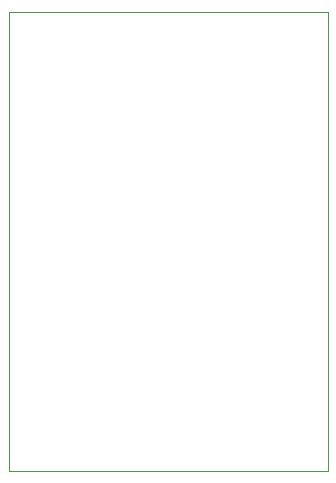
<source format=gbr>
G04 #@! TF.GenerationSoftware,KiCad,Pcbnew,8.0.7*
G04 #@! TF.CreationDate,2025-05-03T20:28:39+02:00*
G04 #@! TF.ProjectId,EM7SEG_DRIVER,454d3753-4547-45f4-9452-495645522e6b,rev?*
G04 #@! TF.SameCoordinates,Original*
G04 #@! TF.FileFunction,Profile,NP*
%FSLAX46Y46*%
G04 Gerber Fmt 4.6, Leading zero omitted, Abs format (unit mm)*
G04 Created by KiCad (PCBNEW 8.0.7) date 2025-05-03 20:28:39*
%MOMM*%
%LPD*%
G01*
G04 APERTURE LIST*
G04 #@! TA.AperFunction,Profile*
%ADD10C,0.100000*%
G04 #@! TD*
G04 APERTURE END LIST*
D10*
X52585620Y-65468500D02*
X25577800Y-65468500D01*
X25577800Y-26619201D01*
X52590700Y-26619200D01*
X52585620Y-65468500D01*
M02*

</source>
